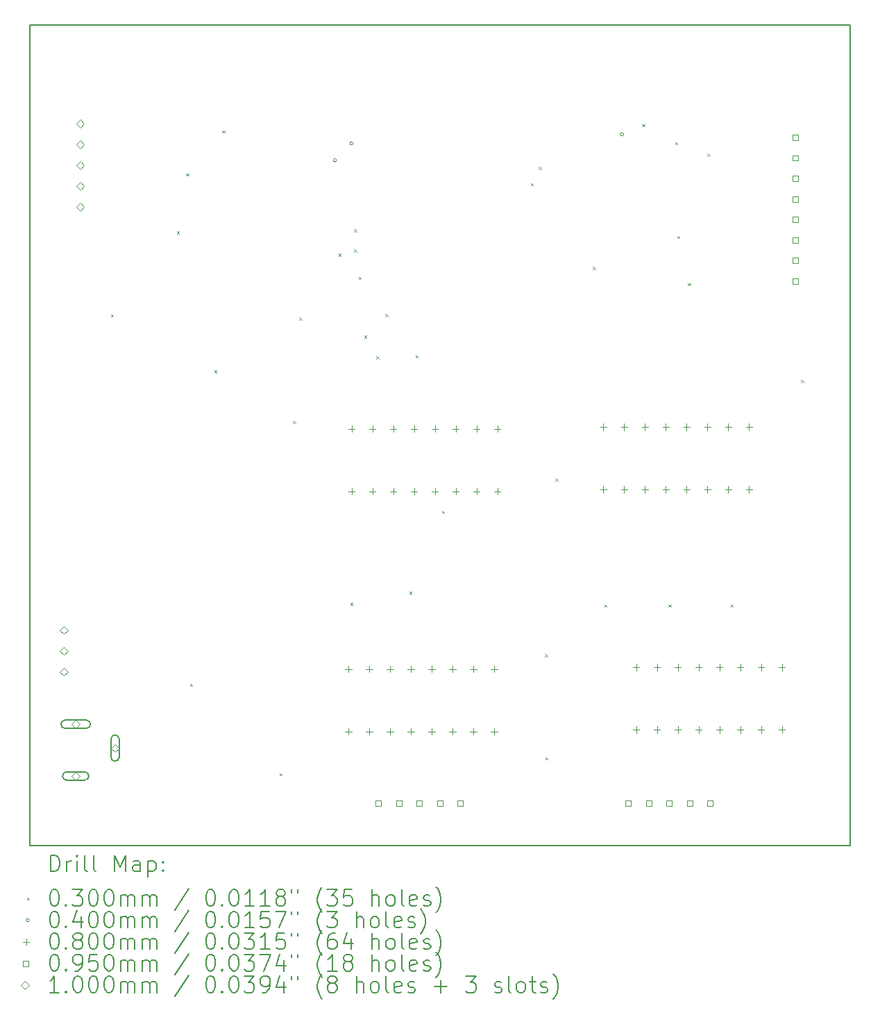
<source format=gbr>
%TF.GenerationSoftware,KiCad,Pcbnew,(6.0.7)*%
%TF.CreationDate,2022-10-20T09:09:37-05:00*%
%TF.ProjectId,ESP32,45535033-322e-46b6-9963-61645f706362,rev?*%
%TF.SameCoordinates,Original*%
%TF.FileFunction,Drillmap*%
%TF.FilePolarity,Positive*%
%FSLAX45Y45*%
G04 Gerber Fmt 4.5, Leading zero omitted, Abs format (unit mm)*
G04 Created by KiCad (PCBNEW (6.0.7)) date 2022-10-20 09:09:37*
%MOMM*%
%LPD*%
G01*
G04 APERTURE LIST*
%ADD10C,0.200000*%
%ADD11C,0.030000*%
%ADD12C,0.040000*%
%ADD13C,0.080000*%
%ADD14C,0.095000*%
%ADD15C,0.100000*%
G04 APERTURE END LIST*
D10*
X10000000Y-5240000D02*
X20000000Y-5240000D01*
X20000000Y-5240000D02*
X20000000Y-15240000D01*
X20000000Y-15240000D02*
X10000000Y-15240000D01*
X10000000Y-15240000D02*
X10000000Y-5240000D01*
D11*
X10985000Y-8765000D02*
X11015000Y-8795000D01*
X11015000Y-8765000D02*
X10985000Y-8795000D01*
X11790000Y-7752000D02*
X11820000Y-7782000D01*
X11820000Y-7752000D02*
X11790000Y-7782000D01*
X11905000Y-7045000D02*
X11935000Y-7075000D01*
X11935000Y-7045000D02*
X11905000Y-7075000D01*
X11948400Y-13269200D02*
X11978400Y-13299200D01*
X11978400Y-13269200D02*
X11948400Y-13299200D01*
X12245000Y-9445000D02*
X12275000Y-9475000D01*
X12275000Y-9445000D02*
X12245000Y-9475000D01*
X12344000Y-6520000D02*
X12374000Y-6550000D01*
X12374000Y-6520000D02*
X12344000Y-6550000D01*
X13040600Y-14361400D02*
X13070600Y-14391400D01*
X13070600Y-14361400D02*
X13040600Y-14391400D01*
X13205000Y-10065000D02*
X13235000Y-10095000D01*
X13235000Y-10065000D02*
X13205000Y-10095000D01*
X13285000Y-8805000D02*
X13315000Y-8835000D01*
X13315000Y-8805000D02*
X13285000Y-8835000D01*
X13760250Y-8022250D02*
X13790250Y-8052250D01*
X13790250Y-8022250D02*
X13760250Y-8052250D01*
X13905000Y-12285000D02*
X13935000Y-12315000D01*
X13935000Y-12285000D02*
X13905000Y-12315000D01*
X13953200Y-7725550D02*
X13983200Y-7755550D01*
X13983200Y-7725550D02*
X13953200Y-7755550D01*
X13953200Y-7974750D02*
X13983200Y-8004750D01*
X13983200Y-7974750D02*
X13953200Y-8004750D01*
X14007600Y-8306900D02*
X14037600Y-8336900D01*
X14037600Y-8306900D02*
X14007600Y-8336900D01*
X14075130Y-9022420D02*
X14105130Y-9052420D01*
X14105130Y-9022420D02*
X14075130Y-9052420D01*
X14223900Y-9275300D02*
X14253900Y-9305300D01*
X14253900Y-9275300D02*
X14223900Y-9305300D01*
X14332620Y-8758400D02*
X14362620Y-8788400D01*
X14362620Y-8758400D02*
X14332620Y-8788400D01*
X14625000Y-12145000D02*
X14655000Y-12175000D01*
X14655000Y-12145000D02*
X14625000Y-12175000D01*
X14701000Y-9265940D02*
X14731000Y-9295940D01*
X14731000Y-9265940D02*
X14701000Y-9295940D01*
X15021800Y-11161000D02*
X15051800Y-11191000D01*
X15051800Y-11161000D02*
X15021800Y-11191000D01*
X16105000Y-7165000D02*
X16135000Y-7195000D01*
X16135000Y-7165000D02*
X16105000Y-7195000D01*
X16205000Y-6965000D02*
X16235000Y-6995000D01*
X16235000Y-6965000D02*
X16205000Y-6995000D01*
X16281000Y-12911000D02*
X16311000Y-12941000D01*
X16311000Y-12911000D02*
X16281000Y-12941000D01*
X16285000Y-14165000D02*
X16315000Y-14195000D01*
X16315000Y-14165000D02*
X16285000Y-14195000D01*
X16405000Y-10765000D02*
X16435000Y-10795000D01*
X16435000Y-10765000D02*
X16405000Y-10795000D01*
X16865000Y-8185000D02*
X16895000Y-8215000D01*
X16895000Y-8185000D02*
X16865000Y-8215000D01*
X17005000Y-12305000D02*
X17035000Y-12335000D01*
X17035000Y-12305000D02*
X17005000Y-12335000D01*
X17465000Y-6445000D02*
X17495000Y-6475000D01*
X17495000Y-6445000D02*
X17465000Y-6475000D01*
X17785000Y-12305000D02*
X17815000Y-12335000D01*
X17815000Y-12305000D02*
X17785000Y-12335000D01*
X17866600Y-6665200D02*
X17896600Y-6695200D01*
X17896600Y-6665200D02*
X17866600Y-6695200D01*
X17891380Y-7807420D02*
X17921380Y-7837420D01*
X17921380Y-7807420D02*
X17891380Y-7837420D01*
X18025000Y-8385000D02*
X18055000Y-8415000D01*
X18055000Y-8385000D02*
X18025000Y-8415000D01*
X18263300Y-6803200D02*
X18293300Y-6833200D01*
X18293300Y-6803200D02*
X18263300Y-6833200D01*
X18545000Y-12305000D02*
X18575000Y-12335000D01*
X18575000Y-12305000D02*
X18545000Y-12335000D01*
X19405000Y-9565000D02*
X19435000Y-9595000D01*
X19435000Y-9565000D02*
X19405000Y-9595000D01*
D12*
X13737890Y-6885950D02*
G75*
G03*
X13737890Y-6885950I-20000J0D01*
G01*
X13939200Y-6680200D02*
G75*
G03*
X13939200Y-6680200I-20000J0D01*
G01*
X17240000Y-6570590D02*
G75*
G03*
X17240000Y-6570590I-20000J0D01*
G01*
D13*
X13882000Y-13050000D02*
X13882000Y-13130000D01*
X13842000Y-13090000D02*
X13922000Y-13090000D01*
X13882000Y-13812000D02*
X13882000Y-13892000D01*
X13842000Y-13852000D02*
X13922000Y-13852000D01*
X13922000Y-10120000D02*
X13922000Y-10200000D01*
X13882000Y-10160000D02*
X13962000Y-10160000D01*
X13922000Y-10882000D02*
X13922000Y-10962000D01*
X13882000Y-10922000D02*
X13962000Y-10922000D01*
X14136000Y-13050000D02*
X14136000Y-13130000D01*
X14096000Y-13090000D02*
X14176000Y-13090000D01*
X14136000Y-13812000D02*
X14136000Y-13892000D01*
X14096000Y-13852000D02*
X14176000Y-13852000D01*
X14176000Y-10120000D02*
X14176000Y-10200000D01*
X14136000Y-10160000D02*
X14216000Y-10160000D01*
X14176000Y-10882000D02*
X14176000Y-10962000D01*
X14136000Y-10922000D02*
X14216000Y-10922000D01*
X14390000Y-13050000D02*
X14390000Y-13130000D01*
X14350000Y-13090000D02*
X14430000Y-13090000D01*
X14390000Y-13812000D02*
X14390000Y-13892000D01*
X14350000Y-13852000D02*
X14430000Y-13852000D01*
X14430000Y-10120000D02*
X14430000Y-10200000D01*
X14390000Y-10160000D02*
X14470000Y-10160000D01*
X14430000Y-10882000D02*
X14430000Y-10962000D01*
X14390000Y-10922000D02*
X14470000Y-10922000D01*
X14644000Y-13050000D02*
X14644000Y-13130000D01*
X14604000Y-13090000D02*
X14684000Y-13090000D01*
X14644000Y-13812000D02*
X14644000Y-13892000D01*
X14604000Y-13852000D02*
X14684000Y-13852000D01*
X14684000Y-10120000D02*
X14684000Y-10200000D01*
X14644000Y-10160000D02*
X14724000Y-10160000D01*
X14684000Y-10882000D02*
X14684000Y-10962000D01*
X14644000Y-10922000D02*
X14724000Y-10922000D01*
X14898000Y-13050000D02*
X14898000Y-13130000D01*
X14858000Y-13090000D02*
X14938000Y-13090000D01*
X14898000Y-13812000D02*
X14898000Y-13892000D01*
X14858000Y-13852000D02*
X14938000Y-13852000D01*
X14938000Y-10120000D02*
X14938000Y-10200000D01*
X14898000Y-10160000D02*
X14978000Y-10160000D01*
X14938000Y-10882000D02*
X14938000Y-10962000D01*
X14898000Y-10922000D02*
X14978000Y-10922000D01*
X15152000Y-13050000D02*
X15152000Y-13130000D01*
X15112000Y-13090000D02*
X15192000Y-13090000D01*
X15152000Y-13812000D02*
X15152000Y-13892000D01*
X15112000Y-13852000D02*
X15192000Y-13852000D01*
X15192000Y-10120000D02*
X15192000Y-10200000D01*
X15152000Y-10160000D02*
X15232000Y-10160000D01*
X15192000Y-10882000D02*
X15192000Y-10962000D01*
X15152000Y-10922000D02*
X15232000Y-10922000D01*
X15406000Y-13050000D02*
X15406000Y-13130000D01*
X15366000Y-13090000D02*
X15446000Y-13090000D01*
X15406000Y-13812000D02*
X15406000Y-13892000D01*
X15366000Y-13852000D02*
X15446000Y-13852000D01*
X15446000Y-10120000D02*
X15446000Y-10200000D01*
X15406000Y-10160000D02*
X15486000Y-10160000D01*
X15446000Y-10882000D02*
X15446000Y-10962000D01*
X15406000Y-10922000D02*
X15486000Y-10922000D01*
X15660000Y-13050000D02*
X15660000Y-13130000D01*
X15620000Y-13090000D02*
X15700000Y-13090000D01*
X15660000Y-13812000D02*
X15660000Y-13892000D01*
X15620000Y-13852000D02*
X15700000Y-13852000D01*
X15700000Y-10120000D02*
X15700000Y-10200000D01*
X15660000Y-10160000D02*
X15740000Y-10160000D01*
X15700000Y-10882000D02*
X15700000Y-10962000D01*
X15660000Y-10922000D02*
X15740000Y-10922000D01*
X16992000Y-10100000D02*
X16992000Y-10180000D01*
X16952000Y-10140000D02*
X17032000Y-10140000D01*
X16992000Y-10862000D02*
X16992000Y-10942000D01*
X16952000Y-10902000D02*
X17032000Y-10902000D01*
X17246000Y-10100000D02*
X17246000Y-10180000D01*
X17206000Y-10140000D02*
X17286000Y-10140000D01*
X17246000Y-10862000D02*
X17246000Y-10942000D01*
X17206000Y-10902000D02*
X17286000Y-10902000D01*
X17392000Y-13030000D02*
X17392000Y-13110000D01*
X17352000Y-13070000D02*
X17432000Y-13070000D01*
X17392000Y-13792000D02*
X17392000Y-13872000D01*
X17352000Y-13832000D02*
X17432000Y-13832000D01*
X17500000Y-10100000D02*
X17500000Y-10180000D01*
X17460000Y-10140000D02*
X17540000Y-10140000D01*
X17500000Y-10862000D02*
X17500000Y-10942000D01*
X17460000Y-10902000D02*
X17540000Y-10902000D01*
X17646000Y-13030000D02*
X17646000Y-13110000D01*
X17606000Y-13070000D02*
X17686000Y-13070000D01*
X17646000Y-13792000D02*
X17646000Y-13872000D01*
X17606000Y-13832000D02*
X17686000Y-13832000D01*
X17754000Y-10100000D02*
X17754000Y-10180000D01*
X17714000Y-10140000D02*
X17794000Y-10140000D01*
X17754000Y-10862000D02*
X17754000Y-10942000D01*
X17714000Y-10902000D02*
X17794000Y-10902000D01*
X17900000Y-13030000D02*
X17900000Y-13110000D01*
X17860000Y-13070000D02*
X17940000Y-13070000D01*
X17900000Y-13792000D02*
X17900000Y-13872000D01*
X17860000Y-13832000D02*
X17940000Y-13832000D01*
X18008000Y-10100000D02*
X18008000Y-10180000D01*
X17968000Y-10140000D02*
X18048000Y-10140000D01*
X18008000Y-10862000D02*
X18008000Y-10942000D01*
X17968000Y-10902000D02*
X18048000Y-10902000D01*
X18154000Y-13030000D02*
X18154000Y-13110000D01*
X18114000Y-13070000D02*
X18194000Y-13070000D01*
X18154000Y-13792000D02*
X18154000Y-13872000D01*
X18114000Y-13832000D02*
X18194000Y-13832000D01*
X18262000Y-10100000D02*
X18262000Y-10180000D01*
X18222000Y-10140000D02*
X18302000Y-10140000D01*
X18262000Y-10862000D02*
X18262000Y-10942000D01*
X18222000Y-10902000D02*
X18302000Y-10902000D01*
X18408000Y-13030000D02*
X18408000Y-13110000D01*
X18368000Y-13070000D02*
X18448000Y-13070000D01*
X18408000Y-13792000D02*
X18408000Y-13872000D01*
X18368000Y-13832000D02*
X18448000Y-13832000D01*
X18516000Y-10100000D02*
X18516000Y-10180000D01*
X18476000Y-10140000D02*
X18556000Y-10140000D01*
X18516000Y-10862000D02*
X18516000Y-10942000D01*
X18476000Y-10902000D02*
X18556000Y-10902000D01*
X18662000Y-13030000D02*
X18662000Y-13110000D01*
X18622000Y-13070000D02*
X18702000Y-13070000D01*
X18662000Y-13792000D02*
X18662000Y-13872000D01*
X18622000Y-13832000D02*
X18702000Y-13832000D01*
X18770000Y-10100000D02*
X18770000Y-10180000D01*
X18730000Y-10140000D02*
X18810000Y-10140000D01*
X18770000Y-10862000D02*
X18770000Y-10942000D01*
X18730000Y-10902000D02*
X18810000Y-10902000D01*
X18916000Y-13030000D02*
X18916000Y-13110000D01*
X18876000Y-13070000D02*
X18956000Y-13070000D01*
X18916000Y-13792000D02*
X18916000Y-13872000D01*
X18876000Y-13832000D02*
X18956000Y-13832000D01*
X19170000Y-13030000D02*
X19170000Y-13110000D01*
X19130000Y-13070000D02*
X19210000Y-13070000D01*
X19170000Y-13792000D02*
X19170000Y-13872000D01*
X19130000Y-13832000D02*
X19210000Y-13832000D01*
D14*
X14282588Y-14763338D02*
X14282588Y-14696162D01*
X14215412Y-14696162D01*
X14215412Y-14763338D01*
X14282588Y-14763338D01*
X14532588Y-14763338D02*
X14532588Y-14696162D01*
X14465412Y-14696162D01*
X14465412Y-14763338D01*
X14532588Y-14763338D01*
X14782588Y-14763338D02*
X14782588Y-14696162D01*
X14715412Y-14696162D01*
X14715412Y-14763338D01*
X14782588Y-14763338D01*
X15032588Y-14763338D02*
X15032588Y-14696162D01*
X14965412Y-14696162D01*
X14965412Y-14763338D01*
X15032588Y-14763338D01*
X15282588Y-14763338D02*
X15282588Y-14696162D01*
X15215412Y-14696162D01*
X15215412Y-14763338D01*
X15282588Y-14763338D01*
X17330588Y-14763338D02*
X17330588Y-14696162D01*
X17263412Y-14696162D01*
X17263412Y-14763338D01*
X17330588Y-14763338D01*
X17580588Y-14763338D02*
X17580588Y-14696162D01*
X17513412Y-14696162D01*
X17513412Y-14763338D01*
X17580588Y-14763338D01*
X17830588Y-14763338D02*
X17830588Y-14696162D01*
X17763412Y-14696162D01*
X17763412Y-14763338D01*
X17830588Y-14763338D01*
X18080588Y-14763338D02*
X18080588Y-14696162D01*
X18013412Y-14696162D01*
X18013412Y-14763338D01*
X18080588Y-14763338D01*
X18330588Y-14763338D02*
X18330588Y-14696162D01*
X18263412Y-14696162D01*
X18263412Y-14763338D01*
X18330588Y-14763338D01*
X19367588Y-6641588D02*
X19367588Y-6574412D01*
X19300412Y-6574412D01*
X19300412Y-6641588D01*
X19367588Y-6641588D01*
X19367588Y-6891588D02*
X19367588Y-6824412D01*
X19300412Y-6824412D01*
X19300412Y-6891588D01*
X19367588Y-6891588D01*
X19367588Y-7141588D02*
X19367588Y-7074412D01*
X19300412Y-7074412D01*
X19300412Y-7141588D01*
X19367588Y-7141588D01*
X19367588Y-7391588D02*
X19367588Y-7324412D01*
X19300412Y-7324412D01*
X19300412Y-7391588D01*
X19367588Y-7391588D01*
X19367588Y-7641588D02*
X19367588Y-7574412D01*
X19300412Y-7574412D01*
X19300412Y-7641588D01*
X19367588Y-7641588D01*
X19367588Y-7891588D02*
X19367588Y-7824412D01*
X19300412Y-7824412D01*
X19300412Y-7891588D01*
X19367588Y-7891588D01*
X19367588Y-8141588D02*
X19367588Y-8074412D01*
X19300412Y-8074412D01*
X19300412Y-8141588D01*
X19367588Y-8141588D01*
X19367588Y-8391588D02*
X19367588Y-8324412D01*
X19300412Y-8324412D01*
X19300412Y-8391588D01*
X19367588Y-8391588D01*
D15*
X10410000Y-12666000D02*
X10460000Y-12616000D01*
X10410000Y-12566000D01*
X10360000Y-12616000D01*
X10410000Y-12666000D01*
X10410000Y-12920000D02*
X10460000Y-12870000D01*
X10410000Y-12820000D01*
X10360000Y-12870000D01*
X10410000Y-12920000D01*
X10410000Y-13174000D02*
X10460000Y-13124000D01*
X10410000Y-13074000D01*
X10360000Y-13124000D01*
X10410000Y-13174000D01*
X10555000Y-13815000D02*
X10605000Y-13765000D01*
X10555000Y-13715000D01*
X10505000Y-13765000D01*
X10555000Y-13815000D01*
D10*
X10425000Y-13815000D02*
X10685000Y-13815000D01*
X10425000Y-13715000D02*
X10685000Y-13715000D01*
X10685000Y-13815000D02*
G75*
G03*
X10685000Y-13715000I0J50000D01*
G01*
X10425000Y-13715000D02*
G75*
G03*
X10425000Y-13815000I0J-50000D01*
G01*
D15*
X10555000Y-14445000D02*
X10605000Y-14395000D01*
X10555000Y-14345000D01*
X10505000Y-14395000D01*
X10555000Y-14445000D01*
D10*
X10445000Y-14445000D02*
X10665000Y-14445000D01*
X10445000Y-14345000D02*
X10665000Y-14345000D01*
X10665000Y-14445000D02*
G75*
G03*
X10665000Y-14345000I0J50000D01*
G01*
X10445000Y-14345000D02*
G75*
G03*
X10445000Y-14445000I0J-50000D01*
G01*
D15*
X10610000Y-6486000D02*
X10660000Y-6436000D01*
X10610000Y-6386000D01*
X10560000Y-6436000D01*
X10610000Y-6486000D01*
X10610000Y-6740000D02*
X10660000Y-6690000D01*
X10610000Y-6640000D01*
X10560000Y-6690000D01*
X10610000Y-6740000D01*
X10610000Y-6994000D02*
X10660000Y-6944000D01*
X10610000Y-6894000D01*
X10560000Y-6944000D01*
X10610000Y-6994000D01*
X10610000Y-7248000D02*
X10660000Y-7198000D01*
X10610000Y-7148000D01*
X10560000Y-7198000D01*
X10610000Y-7248000D01*
X10610000Y-7502000D02*
X10660000Y-7452000D01*
X10610000Y-7402000D01*
X10560000Y-7452000D01*
X10610000Y-7502000D01*
X11035000Y-14105000D02*
X11085000Y-14055000D01*
X11035000Y-14005000D01*
X10985000Y-14055000D01*
X11035000Y-14105000D01*
D10*
X10985000Y-13945000D02*
X10985000Y-14165000D01*
X11085000Y-13945000D02*
X11085000Y-14165000D01*
X10985000Y-14165000D02*
G75*
G03*
X11085000Y-14165000I50000J0D01*
G01*
X11085000Y-13945000D02*
G75*
G03*
X10985000Y-13945000I-50000J0D01*
G01*
X10247619Y-15560476D02*
X10247619Y-15360476D01*
X10295238Y-15360476D01*
X10323810Y-15370000D01*
X10342857Y-15389048D01*
X10352381Y-15408095D01*
X10361905Y-15446190D01*
X10361905Y-15474762D01*
X10352381Y-15512857D01*
X10342857Y-15531905D01*
X10323810Y-15550952D01*
X10295238Y-15560476D01*
X10247619Y-15560476D01*
X10447619Y-15560476D02*
X10447619Y-15427143D01*
X10447619Y-15465238D02*
X10457143Y-15446190D01*
X10466667Y-15436667D01*
X10485714Y-15427143D01*
X10504762Y-15427143D01*
X10571429Y-15560476D02*
X10571429Y-15427143D01*
X10571429Y-15360476D02*
X10561905Y-15370000D01*
X10571429Y-15379524D01*
X10580952Y-15370000D01*
X10571429Y-15360476D01*
X10571429Y-15379524D01*
X10695238Y-15560476D02*
X10676190Y-15550952D01*
X10666667Y-15531905D01*
X10666667Y-15360476D01*
X10800000Y-15560476D02*
X10780952Y-15550952D01*
X10771429Y-15531905D01*
X10771429Y-15360476D01*
X11028571Y-15560476D02*
X11028571Y-15360476D01*
X11095238Y-15503333D01*
X11161905Y-15360476D01*
X11161905Y-15560476D01*
X11342857Y-15560476D02*
X11342857Y-15455714D01*
X11333333Y-15436667D01*
X11314286Y-15427143D01*
X11276190Y-15427143D01*
X11257143Y-15436667D01*
X11342857Y-15550952D02*
X11323809Y-15560476D01*
X11276190Y-15560476D01*
X11257143Y-15550952D01*
X11247619Y-15531905D01*
X11247619Y-15512857D01*
X11257143Y-15493809D01*
X11276190Y-15484286D01*
X11323809Y-15484286D01*
X11342857Y-15474762D01*
X11438095Y-15427143D02*
X11438095Y-15627143D01*
X11438095Y-15436667D02*
X11457143Y-15427143D01*
X11495238Y-15427143D01*
X11514286Y-15436667D01*
X11523809Y-15446190D01*
X11533333Y-15465238D01*
X11533333Y-15522381D01*
X11523809Y-15541428D01*
X11514286Y-15550952D01*
X11495238Y-15560476D01*
X11457143Y-15560476D01*
X11438095Y-15550952D01*
X11619048Y-15541428D02*
X11628571Y-15550952D01*
X11619048Y-15560476D01*
X11609524Y-15550952D01*
X11619048Y-15541428D01*
X11619048Y-15560476D01*
X11619048Y-15436667D02*
X11628571Y-15446190D01*
X11619048Y-15455714D01*
X11609524Y-15446190D01*
X11619048Y-15436667D01*
X11619048Y-15455714D01*
D11*
X9960000Y-15875000D02*
X9990000Y-15905000D01*
X9990000Y-15875000D02*
X9960000Y-15905000D01*
D10*
X10285714Y-15780476D02*
X10304762Y-15780476D01*
X10323810Y-15790000D01*
X10333333Y-15799524D01*
X10342857Y-15818571D01*
X10352381Y-15856667D01*
X10352381Y-15904286D01*
X10342857Y-15942381D01*
X10333333Y-15961428D01*
X10323810Y-15970952D01*
X10304762Y-15980476D01*
X10285714Y-15980476D01*
X10266667Y-15970952D01*
X10257143Y-15961428D01*
X10247619Y-15942381D01*
X10238095Y-15904286D01*
X10238095Y-15856667D01*
X10247619Y-15818571D01*
X10257143Y-15799524D01*
X10266667Y-15790000D01*
X10285714Y-15780476D01*
X10438095Y-15961428D02*
X10447619Y-15970952D01*
X10438095Y-15980476D01*
X10428571Y-15970952D01*
X10438095Y-15961428D01*
X10438095Y-15980476D01*
X10514286Y-15780476D02*
X10638095Y-15780476D01*
X10571429Y-15856667D01*
X10600000Y-15856667D01*
X10619048Y-15866190D01*
X10628571Y-15875714D01*
X10638095Y-15894762D01*
X10638095Y-15942381D01*
X10628571Y-15961428D01*
X10619048Y-15970952D01*
X10600000Y-15980476D01*
X10542857Y-15980476D01*
X10523810Y-15970952D01*
X10514286Y-15961428D01*
X10761905Y-15780476D02*
X10780952Y-15780476D01*
X10800000Y-15790000D01*
X10809524Y-15799524D01*
X10819048Y-15818571D01*
X10828571Y-15856667D01*
X10828571Y-15904286D01*
X10819048Y-15942381D01*
X10809524Y-15961428D01*
X10800000Y-15970952D01*
X10780952Y-15980476D01*
X10761905Y-15980476D01*
X10742857Y-15970952D01*
X10733333Y-15961428D01*
X10723810Y-15942381D01*
X10714286Y-15904286D01*
X10714286Y-15856667D01*
X10723810Y-15818571D01*
X10733333Y-15799524D01*
X10742857Y-15790000D01*
X10761905Y-15780476D01*
X10952381Y-15780476D02*
X10971429Y-15780476D01*
X10990476Y-15790000D01*
X11000000Y-15799524D01*
X11009524Y-15818571D01*
X11019048Y-15856667D01*
X11019048Y-15904286D01*
X11009524Y-15942381D01*
X11000000Y-15961428D01*
X10990476Y-15970952D01*
X10971429Y-15980476D01*
X10952381Y-15980476D01*
X10933333Y-15970952D01*
X10923810Y-15961428D01*
X10914286Y-15942381D01*
X10904762Y-15904286D01*
X10904762Y-15856667D01*
X10914286Y-15818571D01*
X10923810Y-15799524D01*
X10933333Y-15790000D01*
X10952381Y-15780476D01*
X11104762Y-15980476D02*
X11104762Y-15847143D01*
X11104762Y-15866190D02*
X11114286Y-15856667D01*
X11133333Y-15847143D01*
X11161905Y-15847143D01*
X11180952Y-15856667D01*
X11190476Y-15875714D01*
X11190476Y-15980476D01*
X11190476Y-15875714D02*
X11200000Y-15856667D01*
X11219048Y-15847143D01*
X11247619Y-15847143D01*
X11266667Y-15856667D01*
X11276190Y-15875714D01*
X11276190Y-15980476D01*
X11371428Y-15980476D02*
X11371428Y-15847143D01*
X11371428Y-15866190D02*
X11380952Y-15856667D01*
X11400000Y-15847143D01*
X11428571Y-15847143D01*
X11447619Y-15856667D01*
X11457143Y-15875714D01*
X11457143Y-15980476D01*
X11457143Y-15875714D02*
X11466667Y-15856667D01*
X11485714Y-15847143D01*
X11514286Y-15847143D01*
X11533333Y-15856667D01*
X11542857Y-15875714D01*
X11542857Y-15980476D01*
X11933333Y-15770952D02*
X11761905Y-16028095D01*
X12190476Y-15780476D02*
X12209524Y-15780476D01*
X12228571Y-15790000D01*
X12238095Y-15799524D01*
X12247619Y-15818571D01*
X12257143Y-15856667D01*
X12257143Y-15904286D01*
X12247619Y-15942381D01*
X12238095Y-15961428D01*
X12228571Y-15970952D01*
X12209524Y-15980476D01*
X12190476Y-15980476D01*
X12171428Y-15970952D01*
X12161905Y-15961428D01*
X12152381Y-15942381D01*
X12142857Y-15904286D01*
X12142857Y-15856667D01*
X12152381Y-15818571D01*
X12161905Y-15799524D01*
X12171428Y-15790000D01*
X12190476Y-15780476D01*
X12342857Y-15961428D02*
X12352381Y-15970952D01*
X12342857Y-15980476D01*
X12333333Y-15970952D01*
X12342857Y-15961428D01*
X12342857Y-15980476D01*
X12476190Y-15780476D02*
X12495238Y-15780476D01*
X12514286Y-15790000D01*
X12523809Y-15799524D01*
X12533333Y-15818571D01*
X12542857Y-15856667D01*
X12542857Y-15904286D01*
X12533333Y-15942381D01*
X12523809Y-15961428D01*
X12514286Y-15970952D01*
X12495238Y-15980476D01*
X12476190Y-15980476D01*
X12457143Y-15970952D01*
X12447619Y-15961428D01*
X12438095Y-15942381D01*
X12428571Y-15904286D01*
X12428571Y-15856667D01*
X12438095Y-15818571D01*
X12447619Y-15799524D01*
X12457143Y-15790000D01*
X12476190Y-15780476D01*
X12733333Y-15980476D02*
X12619048Y-15980476D01*
X12676190Y-15980476D02*
X12676190Y-15780476D01*
X12657143Y-15809048D01*
X12638095Y-15828095D01*
X12619048Y-15837619D01*
X12923809Y-15980476D02*
X12809524Y-15980476D01*
X12866667Y-15980476D02*
X12866667Y-15780476D01*
X12847619Y-15809048D01*
X12828571Y-15828095D01*
X12809524Y-15837619D01*
X13038095Y-15866190D02*
X13019048Y-15856667D01*
X13009524Y-15847143D01*
X13000000Y-15828095D01*
X13000000Y-15818571D01*
X13009524Y-15799524D01*
X13019048Y-15790000D01*
X13038095Y-15780476D01*
X13076190Y-15780476D01*
X13095238Y-15790000D01*
X13104762Y-15799524D01*
X13114286Y-15818571D01*
X13114286Y-15828095D01*
X13104762Y-15847143D01*
X13095238Y-15856667D01*
X13076190Y-15866190D01*
X13038095Y-15866190D01*
X13019048Y-15875714D01*
X13009524Y-15885238D01*
X13000000Y-15904286D01*
X13000000Y-15942381D01*
X13009524Y-15961428D01*
X13019048Y-15970952D01*
X13038095Y-15980476D01*
X13076190Y-15980476D01*
X13095238Y-15970952D01*
X13104762Y-15961428D01*
X13114286Y-15942381D01*
X13114286Y-15904286D01*
X13104762Y-15885238D01*
X13095238Y-15875714D01*
X13076190Y-15866190D01*
X13190476Y-15780476D02*
X13190476Y-15818571D01*
X13266667Y-15780476D02*
X13266667Y-15818571D01*
X13561905Y-16056667D02*
X13552381Y-16047143D01*
X13533333Y-16018571D01*
X13523809Y-15999524D01*
X13514286Y-15970952D01*
X13504762Y-15923333D01*
X13504762Y-15885238D01*
X13514286Y-15837619D01*
X13523809Y-15809048D01*
X13533333Y-15790000D01*
X13552381Y-15761428D01*
X13561905Y-15751905D01*
X13619048Y-15780476D02*
X13742857Y-15780476D01*
X13676190Y-15856667D01*
X13704762Y-15856667D01*
X13723809Y-15866190D01*
X13733333Y-15875714D01*
X13742857Y-15894762D01*
X13742857Y-15942381D01*
X13733333Y-15961428D01*
X13723809Y-15970952D01*
X13704762Y-15980476D01*
X13647619Y-15980476D01*
X13628571Y-15970952D01*
X13619048Y-15961428D01*
X13923809Y-15780476D02*
X13828571Y-15780476D01*
X13819048Y-15875714D01*
X13828571Y-15866190D01*
X13847619Y-15856667D01*
X13895238Y-15856667D01*
X13914286Y-15866190D01*
X13923809Y-15875714D01*
X13933333Y-15894762D01*
X13933333Y-15942381D01*
X13923809Y-15961428D01*
X13914286Y-15970952D01*
X13895238Y-15980476D01*
X13847619Y-15980476D01*
X13828571Y-15970952D01*
X13819048Y-15961428D01*
X14171428Y-15980476D02*
X14171428Y-15780476D01*
X14257143Y-15980476D02*
X14257143Y-15875714D01*
X14247619Y-15856667D01*
X14228571Y-15847143D01*
X14200000Y-15847143D01*
X14180952Y-15856667D01*
X14171428Y-15866190D01*
X14380952Y-15980476D02*
X14361905Y-15970952D01*
X14352381Y-15961428D01*
X14342857Y-15942381D01*
X14342857Y-15885238D01*
X14352381Y-15866190D01*
X14361905Y-15856667D01*
X14380952Y-15847143D01*
X14409524Y-15847143D01*
X14428571Y-15856667D01*
X14438095Y-15866190D01*
X14447619Y-15885238D01*
X14447619Y-15942381D01*
X14438095Y-15961428D01*
X14428571Y-15970952D01*
X14409524Y-15980476D01*
X14380952Y-15980476D01*
X14561905Y-15980476D02*
X14542857Y-15970952D01*
X14533333Y-15951905D01*
X14533333Y-15780476D01*
X14714286Y-15970952D02*
X14695238Y-15980476D01*
X14657143Y-15980476D01*
X14638095Y-15970952D01*
X14628571Y-15951905D01*
X14628571Y-15875714D01*
X14638095Y-15856667D01*
X14657143Y-15847143D01*
X14695238Y-15847143D01*
X14714286Y-15856667D01*
X14723809Y-15875714D01*
X14723809Y-15894762D01*
X14628571Y-15913809D01*
X14800000Y-15970952D02*
X14819048Y-15980476D01*
X14857143Y-15980476D01*
X14876190Y-15970952D01*
X14885714Y-15951905D01*
X14885714Y-15942381D01*
X14876190Y-15923333D01*
X14857143Y-15913809D01*
X14828571Y-15913809D01*
X14809524Y-15904286D01*
X14800000Y-15885238D01*
X14800000Y-15875714D01*
X14809524Y-15856667D01*
X14828571Y-15847143D01*
X14857143Y-15847143D01*
X14876190Y-15856667D01*
X14952381Y-16056667D02*
X14961905Y-16047143D01*
X14980952Y-16018571D01*
X14990476Y-15999524D01*
X15000000Y-15970952D01*
X15009524Y-15923333D01*
X15009524Y-15885238D01*
X15000000Y-15837619D01*
X14990476Y-15809048D01*
X14980952Y-15790000D01*
X14961905Y-15761428D01*
X14952381Y-15751905D01*
D12*
X9990000Y-16154000D02*
G75*
G03*
X9990000Y-16154000I-20000J0D01*
G01*
D10*
X10285714Y-16044476D02*
X10304762Y-16044476D01*
X10323810Y-16054000D01*
X10333333Y-16063524D01*
X10342857Y-16082571D01*
X10352381Y-16120667D01*
X10352381Y-16168286D01*
X10342857Y-16206381D01*
X10333333Y-16225428D01*
X10323810Y-16234952D01*
X10304762Y-16244476D01*
X10285714Y-16244476D01*
X10266667Y-16234952D01*
X10257143Y-16225428D01*
X10247619Y-16206381D01*
X10238095Y-16168286D01*
X10238095Y-16120667D01*
X10247619Y-16082571D01*
X10257143Y-16063524D01*
X10266667Y-16054000D01*
X10285714Y-16044476D01*
X10438095Y-16225428D02*
X10447619Y-16234952D01*
X10438095Y-16244476D01*
X10428571Y-16234952D01*
X10438095Y-16225428D01*
X10438095Y-16244476D01*
X10619048Y-16111143D02*
X10619048Y-16244476D01*
X10571429Y-16034952D02*
X10523810Y-16177809D01*
X10647619Y-16177809D01*
X10761905Y-16044476D02*
X10780952Y-16044476D01*
X10800000Y-16054000D01*
X10809524Y-16063524D01*
X10819048Y-16082571D01*
X10828571Y-16120667D01*
X10828571Y-16168286D01*
X10819048Y-16206381D01*
X10809524Y-16225428D01*
X10800000Y-16234952D01*
X10780952Y-16244476D01*
X10761905Y-16244476D01*
X10742857Y-16234952D01*
X10733333Y-16225428D01*
X10723810Y-16206381D01*
X10714286Y-16168286D01*
X10714286Y-16120667D01*
X10723810Y-16082571D01*
X10733333Y-16063524D01*
X10742857Y-16054000D01*
X10761905Y-16044476D01*
X10952381Y-16044476D02*
X10971429Y-16044476D01*
X10990476Y-16054000D01*
X11000000Y-16063524D01*
X11009524Y-16082571D01*
X11019048Y-16120667D01*
X11019048Y-16168286D01*
X11009524Y-16206381D01*
X11000000Y-16225428D01*
X10990476Y-16234952D01*
X10971429Y-16244476D01*
X10952381Y-16244476D01*
X10933333Y-16234952D01*
X10923810Y-16225428D01*
X10914286Y-16206381D01*
X10904762Y-16168286D01*
X10904762Y-16120667D01*
X10914286Y-16082571D01*
X10923810Y-16063524D01*
X10933333Y-16054000D01*
X10952381Y-16044476D01*
X11104762Y-16244476D02*
X11104762Y-16111143D01*
X11104762Y-16130190D02*
X11114286Y-16120667D01*
X11133333Y-16111143D01*
X11161905Y-16111143D01*
X11180952Y-16120667D01*
X11190476Y-16139714D01*
X11190476Y-16244476D01*
X11190476Y-16139714D02*
X11200000Y-16120667D01*
X11219048Y-16111143D01*
X11247619Y-16111143D01*
X11266667Y-16120667D01*
X11276190Y-16139714D01*
X11276190Y-16244476D01*
X11371428Y-16244476D02*
X11371428Y-16111143D01*
X11371428Y-16130190D02*
X11380952Y-16120667D01*
X11400000Y-16111143D01*
X11428571Y-16111143D01*
X11447619Y-16120667D01*
X11457143Y-16139714D01*
X11457143Y-16244476D01*
X11457143Y-16139714D02*
X11466667Y-16120667D01*
X11485714Y-16111143D01*
X11514286Y-16111143D01*
X11533333Y-16120667D01*
X11542857Y-16139714D01*
X11542857Y-16244476D01*
X11933333Y-16034952D02*
X11761905Y-16292095D01*
X12190476Y-16044476D02*
X12209524Y-16044476D01*
X12228571Y-16054000D01*
X12238095Y-16063524D01*
X12247619Y-16082571D01*
X12257143Y-16120667D01*
X12257143Y-16168286D01*
X12247619Y-16206381D01*
X12238095Y-16225428D01*
X12228571Y-16234952D01*
X12209524Y-16244476D01*
X12190476Y-16244476D01*
X12171428Y-16234952D01*
X12161905Y-16225428D01*
X12152381Y-16206381D01*
X12142857Y-16168286D01*
X12142857Y-16120667D01*
X12152381Y-16082571D01*
X12161905Y-16063524D01*
X12171428Y-16054000D01*
X12190476Y-16044476D01*
X12342857Y-16225428D02*
X12352381Y-16234952D01*
X12342857Y-16244476D01*
X12333333Y-16234952D01*
X12342857Y-16225428D01*
X12342857Y-16244476D01*
X12476190Y-16044476D02*
X12495238Y-16044476D01*
X12514286Y-16054000D01*
X12523809Y-16063524D01*
X12533333Y-16082571D01*
X12542857Y-16120667D01*
X12542857Y-16168286D01*
X12533333Y-16206381D01*
X12523809Y-16225428D01*
X12514286Y-16234952D01*
X12495238Y-16244476D01*
X12476190Y-16244476D01*
X12457143Y-16234952D01*
X12447619Y-16225428D01*
X12438095Y-16206381D01*
X12428571Y-16168286D01*
X12428571Y-16120667D01*
X12438095Y-16082571D01*
X12447619Y-16063524D01*
X12457143Y-16054000D01*
X12476190Y-16044476D01*
X12733333Y-16244476D02*
X12619048Y-16244476D01*
X12676190Y-16244476D02*
X12676190Y-16044476D01*
X12657143Y-16073048D01*
X12638095Y-16092095D01*
X12619048Y-16101619D01*
X12914286Y-16044476D02*
X12819048Y-16044476D01*
X12809524Y-16139714D01*
X12819048Y-16130190D01*
X12838095Y-16120667D01*
X12885714Y-16120667D01*
X12904762Y-16130190D01*
X12914286Y-16139714D01*
X12923809Y-16158762D01*
X12923809Y-16206381D01*
X12914286Y-16225428D01*
X12904762Y-16234952D01*
X12885714Y-16244476D01*
X12838095Y-16244476D01*
X12819048Y-16234952D01*
X12809524Y-16225428D01*
X12990476Y-16044476D02*
X13123809Y-16044476D01*
X13038095Y-16244476D01*
X13190476Y-16044476D02*
X13190476Y-16082571D01*
X13266667Y-16044476D02*
X13266667Y-16082571D01*
X13561905Y-16320667D02*
X13552381Y-16311143D01*
X13533333Y-16282571D01*
X13523809Y-16263524D01*
X13514286Y-16234952D01*
X13504762Y-16187333D01*
X13504762Y-16149238D01*
X13514286Y-16101619D01*
X13523809Y-16073048D01*
X13533333Y-16054000D01*
X13552381Y-16025428D01*
X13561905Y-16015905D01*
X13619048Y-16044476D02*
X13742857Y-16044476D01*
X13676190Y-16120667D01*
X13704762Y-16120667D01*
X13723809Y-16130190D01*
X13733333Y-16139714D01*
X13742857Y-16158762D01*
X13742857Y-16206381D01*
X13733333Y-16225428D01*
X13723809Y-16234952D01*
X13704762Y-16244476D01*
X13647619Y-16244476D01*
X13628571Y-16234952D01*
X13619048Y-16225428D01*
X13980952Y-16244476D02*
X13980952Y-16044476D01*
X14066667Y-16244476D02*
X14066667Y-16139714D01*
X14057143Y-16120667D01*
X14038095Y-16111143D01*
X14009524Y-16111143D01*
X13990476Y-16120667D01*
X13980952Y-16130190D01*
X14190476Y-16244476D02*
X14171428Y-16234952D01*
X14161905Y-16225428D01*
X14152381Y-16206381D01*
X14152381Y-16149238D01*
X14161905Y-16130190D01*
X14171428Y-16120667D01*
X14190476Y-16111143D01*
X14219048Y-16111143D01*
X14238095Y-16120667D01*
X14247619Y-16130190D01*
X14257143Y-16149238D01*
X14257143Y-16206381D01*
X14247619Y-16225428D01*
X14238095Y-16234952D01*
X14219048Y-16244476D01*
X14190476Y-16244476D01*
X14371428Y-16244476D02*
X14352381Y-16234952D01*
X14342857Y-16215905D01*
X14342857Y-16044476D01*
X14523809Y-16234952D02*
X14504762Y-16244476D01*
X14466667Y-16244476D01*
X14447619Y-16234952D01*
X14438095Y-16215905D01*
X14438095Y-16139714D01*
X14447619Y-16120667D01*
X14466667Y-16111143D01*
X14504762Y-16111143D01*
X14523809Y-16120667D01*
X14533333Y-16139714D01*
X14533333Y-16158762D01*
X14438095Y-16177809D01*
X14609524Y-16234952D02*
X14628571Y-16244476D01*
X14666667Y-16244476D01*
X14685714Y-16234952D01*
X14695238Y-16215905D01*
X14695238Y-16206381D01*
X14685714Y-16187333D01*
X14666667Y-16177809D01*
X14638095Y-16177809D01*
X14619048Y-16168286D01*
X14609524Y-16149238D01*
X14609524Y-16139714D01*
X14619048Y-16120667D01*
X14638095Y-16111143D01*
X14666667Y-16111143D01*
X14685714Y-16120667D01*
X14761905Y-16320667D02*
X14771428Y-16311143D01*
X14790476Y-16282571D01*
X14800000Y-16263524D01*
X14809524Y-16234952D01*
X14819048Y-16187333D01*
X14819048Y-16149238D01*
X14809524Y-16101619D01*
X14800000Y-16073048D01*
X14790476Y-16054000D01*
X14771428Y-16025428D01*
X14761905Y-16015905D01*
D13*
X9950000Y-16378000D02*
X9950000Y-16458000D01*
X9910000Y-16418000D02*
X9990000Y-16418000D01*
D10*
X10285714Y-16308476D02*
X10304762Y-16308476D01*
X10323810Y-16318000D01*
X10333333Y-16327524D01*
X10342857Y-16346571D01*
X10352381Y-16384667D01*
X10352381Y-16432286D01*
X10342857Y-16470381D01*
X10333333Y-16489428D01*
X10323810Y-16498952D01*
X10304762Y-16508476D01*
X10285714Y-16508476D01*
X10266667Y-16498952D01*
X10257143Y-16489428D01*
X10247619Y-16470381D01*
X10238095Y-16432286D01*
X10238095Y-16384667D01*
X10247619Y-16346571D01*
X10257143Y-16327524D01*
X10266667Y-16318000D01*
X10285714Y-16308476D01*
X10438095Y-16489428D02*
X10447619Y-16498952D01*
X10438095Y-16508476D01*
X10428571Y-16498952D01*
X10438095Y-16489428D01*
X10438095Y-16508476D01*
X10561905Y-16394190D02*
X10542857Y-16384667D01*
X10533333Y-16375143D01*
X10523810Y-16356095D01*
X10523810Y-16346571D01*
X10533333Y-16327524D01*
X10542857Y-16318000D01*
X10561905Y-16308476D01*
X10600000Y-16308476D01*
X10619048Y-16318000D01*
X10628571Y-16327524D01*
X10638095Y-16346571D01*
X10638095Y-16356095D01*
X10628571Y-16375143D01*
X10619048Y-16384667D01*
X10600000Y-16394190D01*
X10561905Y-16394190D01*
X10542857Y-16403714D01*
X10533333Y-16413238D01*
X10523810Y-16432286D01*
X10523810Y-16470381D01*
X10533333Y-16489428D01*
X10542857Y-16498952D01*
X10561905Y-16508476D01*
X10600000Y-16508476D01*
X10619048Y-16498952D01*
X10628571Y-16489428D01*
X10638095Y-16470381D01*
X10638095Y-16432286D01*
X10628571Y-16413238D01*
X10619048Y-16403714D01*
X10600000Y-16394190D01*
X10761905Y-16308476D02*
X10780952Y-16308476D01*
X10800000Y-16318000D01*
X10809524Y-16327524D01*
X10819048Y-16346571D01*
X10828571Y-16384667D01*
X10828571Y-16432286D01*
X10819048Y-16470381D01*
X10809524Y-16489428D01*
X10800000Y-16498952D01*
X10780952Y-16508476D01*
X10761905Y-16508476D01*
X10742857Y-16498952D01*
X10733333Y-16489428D01*
X10723810Y-16470381D01*
X10714286Y-16432286D01*
X10714286Y-16384667D01*
X10723810Y-16346571D01*
X10733333Y-16327524D01*
X10742857Y-16318000D01*
X10761905Y-16308476D01*
X10952381Y-16308476D02*
X10971429Y-16308476D01*
X10990476Y-16318000D01*
X11000000Y-16327524D01*
X11009524Y-16346571D01*
X11019048Y-16384667D01*
X11019048Y-16432286D01*
X11009524Y-16470381D01*
X11000000Y-16489428D01*
X10990476Y-16498952D01*
X10971429Y-16508476D01*
X10952381Y-16508476D01*
X10933333Y-16498952D01*
X10923810Y-16489428D01*
X10914286Y-16470381D01*
X10904762Y-16432286D01*
X10904762Y-16384667D01*
X10914286Y-16346571D01*
X10923810Y-16327524D01*
X10933333Y-16318000D01*
X10952381Y-16308476D01*
X11104762Y-16508476D02*
X11104762Y-16375143D01*
X11104762Y-16394190D02*
X11114286Y-16384667D01*
X11133333Y-16375143D01*
X11161905Y-16375143D01*
X11180952Y-16384667D01*
X11190476Y-16403714D01*
X11190476Y-16508476D01*
X11190476Y-16403714D02*
X11200000Y-16384667D01*
X11219048Y-16375143D01*
X11247619Y-16375143D01*
X11266667Y-16384667D01*
X11276190Y-16403714D01*
X11276190Y-16508476D01*
X11371428Y-16508476D02*
X11371428Y-16375143D01*
X11371428Y-16394190D02*
X11380952Y-16384667D01*
X11400000Y-16375143D01*
X11428571Y-16375143D01*
X11447619Y-16384667D01*
X11457143Y-16403714D01*
X11457143Y-16508476D01*
X11457143Y-16403714D02*
X11466667Y-16384667D01*
X11485714Y-16375143D01*
X11514286Y-16375143D01*
X11533333Y-16384667D01*
X11542857Y-16403714D01*
X11542857Y-16508476D01*
X11933333Y-16298952D02*
X11761905Y-16556095D01*
X12190476Y-16308476D02*
X12209524Y-16308476D01*
X12228571Y-16318000D01*
X12238095Y-16327524D01*
X12247619Y-16346571D01*
X12257143Y-16384667D01*
X12257143Y-16432286D01*
X12247619Y-16470381D01*
X12238095Y-16489428D01*
X12228571Y-16498952D01*
X12209524Y-16508476D01*
X12190476Y-16508476D01*
X12171428Y-16498952D01*
X12161905Y-16489428D01*
X12152381Y-16470381D01*
X12142857Y-16432286D01*
X12142857Y-16384667D01*
X12152381Y-16346571D01*
X12161905Y-16327524D01*
X12171428Y-16318000D01*
X12190476Y-16308476D01*
X12342857Y-16489428D02*
X12352381Y-16498952D01*
X12342857Y-16508476D01*
X12333333Y-16498952D01*
X12342857Y-16489428D01*
X12342857Y-16508476D01*
X12476190Y-16308476D02*
X12495238Y-16308476D01*
X12514286Y-16318000D01*
X12523809Y-16327524D01*
X12533333Y-16346571D01*
X12542857Y-16384667D01*
X12542857Y-16432286D01*
X12533333Y-16470381D01*
X12523809Y-16489428D01*
X12514286Y-16498952D01*
X12495238Y-16508476D01*
X12476190Y-16508476D01*
X12457143Y-16498952D01*
X12447619Y-16489428D01*
X12438095Y-16470381D01*
X12428571Y-16432286D01*
X12428571Y-16384667D01*
X12438095Y-16346571D01*
X12447619Y-16327524D01*
X12457143Y-16318000D01*
X12476190Y-16308476D01*
X12609524Y-16308476D02*
X12733333Y-16308476D01*
X12666667Y-16384667D01*
X12695238Y-16384667D01*
X12714286Y-16394190D01*
X12723809Y-16403714D01*
X12733333Y-16422762D01*
X12733333Y-16470381D01*
X12723809Y-16489428D01*
X12714286Y-16498952D01*
X12695238Y-16508476D01*
X12638095Y-16508476D01*
X12619048Y-16498952D01*
X12609524Y-16489428D01*
X12923809Y-16508476D02*
X12809524Y-16508476D01*
X12866667Y-16508476D02*
X12866667Y-16308476D01*
X12847619Y-16337048D01*
X12828571Y-16356095D01*
X12809524Y-16365619D01*
X13104762Y-16308476D02*
X13009524Y-16308476D01*
X13000000Y-16403714D01*
X13009524Y-16394190D01*
X13028571Y-16384667D01*
X13076190Y-16384667D01*
X13095238Y-16394190D01*
X13104762Y-16403714D01*
X13114286Y-16422762D01*
X13114286Y-16470381D01*
X13104762Y-16489428D01*
X13095238Y-16498952D01*
X13076190Y-16508476D01*
X13028571Y-16508476D01*
X13009524Y-16498952D01*
X13000000Y-16489428D01*
X13190476Y-16308476D02*
X13190476Y-16346571D01*
X13266667Y-16308476D02*
X13266667Y-16346571D01*
X13561905Y-16584667D02*
X13552381Y-16575143D01*
X13533333Y-16546571D01*
X13523809Y-16527524D01*
X13514286Y-16498952D01*
X13504762Y-16451333D01*
X13504762Y-16413238D01*
X13514286Y-16365619D01*
X13523809Y-16337048D01*
X13533333Y-16318000D01*
X13552381Y-16289428D01*
X13561905Y-16279905D01*
X13723809Y-16308476D02*
X13685714Y-16308476D01*
X13666667Y-16318000D01*
X13657143Y-16327524D01*
X13638095Y-16356095D01*
X13628571Y-16394190D01*
X13628571Y-16470381D01*
X13638095Y-16489428D01*
X13647619Y-16498952D01*
X13666667Y-16508476D01*
X13704762Y-16508476D01*
X13723809Y-16498952D01*
X13733333Y-16489428D01*
X13742857Y-16470381D01*
X13742857Y-16422762D01*
X13733333Y-16403714D01*
X13723809Y-16394190D01*
X13704762Y-16384667D01*
X13666667Y-16384667D01*
X13647619Y-16394190D01*
X13638095Y-16403714D01*
X13628571Y-16422762D01*
X13914286Y-16375143D02*
X13914286Y-16508476D01*
X13866667Y-16298952D02*
X13819048Y-16441809D01*
X13942857Y-16441809D01*
X14171428Y-16508476D02*
X14171428Y-16308476D01*
X14257143Y-16508476D02*
X14257143Y-16403714D01*
X14247619Y-16384667D01*
X14228571Y-16375143D01*
X14200000Y-16375143D01*
X14180952Y-16384667D01*
X14171428Y-16394190D01*
X14380952Y-16508476D02*
X14361905Y-16498952D01*
X14352381Y-16489428D01*
X14342857Y-16470381D01*
X14342857Y-16413238D01*
X14352381Y-16394190D01*
X14361905Y-16384667D01*
X14380952Y-16375143D01*
X14409524Y-16375143D01*
X14428571Y-16384667D01*
X14438095Y-16394190D01*
X14447619Y-16413238D01*
X14447619Y-16470381D01*
X14438095Y-16489428D01*
X14428571Y-16498952D01*
X14409524Y-16508476D01*
X14380952Y-16508476D01*
X14561905Y-16508476D02*
X14542857Y-16498952D01*
X14533333Y-16479905D01*
X14533333Y-16308476D01*
X14714286Y-16498952D02*
X14695238Y-16508476D01*
X14657143Y-16508476D01*
X14638095Y-16498952D01*
X14628571Y-16479905D01*
X14628571Y-16403714D01*
X14638095Y-16384667D01*
X14657143Y-16375143D01*
X14695238Y-16375143D01*
X14714286Y-16384667D01*
X14723809Y-16403714D01*
X14723809Y-16422762D01*
X14628571Y-16441809D01*
X14800000Y-16498952D02*
X14819048Y-16508476D01*
X14857143Y-16508476D01*
X14876190Y-16498952D01*
X14885714Y-16479905D01*
X14885714Y-16470381D01*
X14876190Y-16451333D01*
X14857143Y-16441809D01*
X14828571Y-16441809D01*
X14809524Y-16432286D01*
X14800000Y-16413238D01*
X14800000Y-16403714D01*
X14809524Y-16384667D01*
X14828571Y-16375143D01*
X14857143Y-16375143D01*
X14876190Y-16384667D01*
X14952381Y-16584667D02*
X14961905Y-16575143D01*
X14980952Y-16546571D01*
X14990476Y-16527524D01*
X15000000Y-16498952D01*
X15009524Y-16451333D01*
X15009524Y-16413238D01*
X15000000Y-16365619D01*
X14990476Y-16337048D01*
X14980952Y-16318000D01*
X14961905Y-16289428D01*
X14952381Y-16279905D01*
D14*
X9976088Y-16715588D02*
X9976088Y-16648412D01*
X9908912Y-16648412D01*
X9908912Y-16715588D01*
X9976088Y-16715588D01*
D10*
X10285714Y-16572476D02*
X10304762Y-16572476D01*
X10323810Y-16582000D01*
X10333333Y-16591524D01*
X10342857Y-16610571D01*
X10352381Y-16648667D01*
X10352381Y-16696286D01*
X10342857Y-16734381D01*
X10333333Y-16753428D01*
X10323810Y-16762952D01*
X10304762Y-16772476D01*
X10285714Y-16772476D01*
X10266667Y-16762952D01*
X10257143Y-16753428D01*
X10247619Y-16734381D01*
X10238095Y-16696286D01*
X10238095Y-16648667D01*
X10247619Y-16610571D01*
X10257143Y-16591524D01*
X10266667Y-16582000D01*
X10285714Y-16572476D01*
X10438095Y-16753428D02*
X10447619Y-16762952D01*
X10438095Y-16772476D01*
X10428571Y-16762952D01*
X10438095Y-16753428D01*
X10438095Y-16772476D01*
X10542857Y-16772476D02*
X10580952Y-16772476D01*
X10600000Y-16762952D01*
X10609524Y-16753428D01*
X10628571Y-16724857D01*
X10638095Y-16686762D01*
X10638095Y-16610571D01*
X10628571Y-16591524D01*
X10619048Y-16582000D01*
X10600000Y-16572476D01*
X10561905Y-16572476D01*
X10542857Y-16582000D01*
X10533333Y-16591524D01*
X10523810Y-16610571D01*
X10523810Y-16658190D01*
X10533333Y-16677238D01*
X10542857Y-16686762D01*
X10561905Y-16696286D01*
X10600000Y-16696286D01*
X10619048Y-16686762D01*
X10628571Y-16677238D01*
X10638095Y-16658190D01*
X10819048Y-16572476D02*
X10723810Y-16572476D01*
X10714286Y-16667714D01*
X10723810Y-16658190D01*
X10742857Y-16648667D01*
X10790476Y-16648667D01*
X10809524Y-16658190D01*
X10819048Y-16667714D01*
X10828571Y-16686762D01*
X10828571Y-16734381D01*
X10819048Y-16753428D01*
X10809524Y-16762952D01*
X10790476Y-16772476D01*
X10742857Y-16772476D01*
X10723810Y-16762952D01*
X10714286Y-16753428D01*
X10952381Y-16572476D02*
X10971429Y-16572476D01*
X10990476Y-16582000D01*
X11000000Y-16591524D01*
X11009524Y-16610571D01*
X11019048Y-16648667D01*
X11019048Y-16696286D01*
X11009524Y-16734381D01*
X11000000Y-16753428D01*
X10990476Y-16762952D01*
X10971429Y-16772476D01*
X10952381Y-16772476D01*
X10933333Y-16762952D01*
X10923810Y-16753428D01*
X10914286Y-16734381D01*
X10904762Y-16696286D01*
X10904762Y-16648667D01*
X10914286Y-16610571D01*
X10923810Y-16591524D01*
X10933333Y-16582000D01*
X10952381Y-16572476D01*
X11104762Y-16772476D02*
X11104762Y-16639143D01*
X11104762Y-16658190D02*
X11114286Y-16648667D01*
X11133333Y-16639143D01*
X11161905Y-16639143D01*
X11180952Y-16648667D01*
X11190476Y-16667714D01*
X11190476Y-16772476D01*
X11190476Y-16667714D02*
X11200000Y-16648667D01*
X11219048Y-16639143D01*
X11247619Y-16639143D01*
X11266667Y-16648667D01*
X11276190Y-16667714D01*
X11276190Y-16772476D01*
X11371428Y-16772476D02*
X11371428Y-16639143D01*
X11371428Y-16658190D02*
X11380952Y-16648667D01*
X11400000Y-16639143D01*
X11428571Y-16639143D01*
X11447619Y-16648667D01*
X11457143Y-16667714D01*
X11457143Y-16772476D01*
X11457143Y-16667714D02*
X11466667Y-16648667D01*
X11485714Y-16639143D01*
X11514286Y-16639143D01*
X11533333Y-16648667D01*
X11542857Y-16667714D01*
X11542857Y-16772476D01*
X11933333Y-16562952D02*
X11761905Y-16820095D01*
X12190476Y-16572476D02*
X12209524Y-16572476D01*
X12228571Y-16582000D01*
X12238095Y-16591524D01*
X12247619Y-16610571D01*
X12257143Y-16648667D01*
X12257143Y-16696286D01*
X12247619Y-16734381D01*
X12238095Y-16753428D01*
X12228571Y-16762952D01*
X12209524Y-16772476D01*
X12190476Y-16772476D01*
X12171428Y-16762952D01*
X12161905Y-16753428D01*
X12152381Y-16734381D01*
X12142857Y-16696286D01*
X12142857Y-16648667D01*
X12152381Y-16610571D01*
X12161905Y-16591524D01*
X12171428Y-16582000D01*
X12190476Y-16572476D01*
X12342857Y-16753428D02*
X12352381Y-16762952D01*
X12342857Y-16772476D01*
X12333333Y-16762952D01*
X12342857Y-16753428D01*
X12342857Y-16772476D01*
X12476190Y-16572476D02*
X12495238Y-16572476D01*
X12514286Y-16582000D01*
X12523809Y-16591524D01*
X12533333Y-16610571D01*
X12542857Y-16648667D01*
X12542857Y-16696286D01*
X12533333Y-16734381D01*
X12523809Y-16753428D01*
X12514286Y-16762952D01*
X12495238Y-16772476D01*
X12476190Y-16772476D01*
X12457143Y-16762952D01*
X12447619Y-16753428D01*
X12438095Y-16734381D01*
X12428571Y-16696286D01*
X12428571Y-16648667D01*
X12438095Y-16610571D01*
X12447619Y-16591524D01*
X12457143Y-16582000D01*
X12476190Y-16572476D01*
X12609524Y-16572476D02*
X12733333Y-16572476D01*
X12666667Y-16648667D01*
X12695238Y-16648667D01*
X12714286Y-16658190D01*
X12723809Y-16667714D01*
X12733333Y-16686762D01*
X12733333Y-16734381D01*
X12723809Y-16753428D01*
X12714286Y-16762952D01*
X12695238Y-16772476D01*
X12638095Y-16772476D01*
X12619048Y-16762952D01*
X12609524Y-16753428D01*
X12800000Y-16572476D02*
X12933333Y-16572476D01*
X12847619Y-16772476D01*
X13095238Y-16639143D02*
X13095238Y-16772476D01*
X13047619Y-16562952D02*
X13000000Y-16705809D01*
X13123809Y-16705809D01*
X13190476Y-16572476D02*
X13190476Y-16610571D01*
X13266667Y-16572476D02*
X13266667Y-16610571D01*
X13561905Y-16848667D02*
X13552381Y-16839143D01*
X13533333Y-16810571D01*
X13523809Y-16791524D01*
X13514286Y-16762952D01*
X13504762Y-16715333D01*
X13504762Y-16677238D01*
X13514286Y-16629619D01*
X13523809Y-16601048D01*
X13533333Y-16582000D01*
X13552381Y-16553428D01*
X13561905Y-16543905D01*
X13742857Y-16772476D02*
X13628571Y-16772476D01*
X13685714Y-16772476D02*
X13685714Y-16572476D01*
X13666667Y-16601048D01*
X13647619Y-16620095D01*
X13628571Y-16629619D01*
X13857143Y-16658190D02*
X13838095Y-16648667D01*
X13828571Y-16639143D01*
X13819048Y-16620095D01*
X13819048Y-16610571D01*
X13828571Y-16591524D01*
X13838095Y-16582000D01*
X13857143Y-16572476D01*
X13895238Y-16572476D01*
X13914286Y-16582000D01*
X13923809Y-16591524D01*
X13933333Y-16610571D01*
X13933333Y-16620095D01*
X13923809Y-16639143D01*
X13914286Y-16648667D01*
X13895238Y-16658190D01*
X13857143Y-16658190D01*
X13838095Y-16667714D01*
X13828571Y-16677238D01*
X13819048Y-16696286D01*
X13819048Y-16734381D01*
X13828571Y-16753428D01*
X13838095Y-16762952D01*
X13857143Y-16772476D01*
X13895238Y-16772476D01*
X13914286Y-16762952D01*
X13923809Y-16753428D01*
X13933333Y-16734381D01*
X13933333Y-16696286D01*
X13923809Y-16677238D01*
X13914286Y-16667714D01*
X13895238Y-16658190D01*
X14171428Y-16772476D02*
X14171428Y-16572476D01*
X14257143Y-16772476D02*
X14257143Y-16667714D01*
X14247619Y-16648667D01*
X14228571Y-16639143D01*
X14200000Y-16639143D01*
X14180952Y-16648667D01*
X14171428Y-16658190D01*
X14380952Y-16772476D02*
X14361905Y-16762952D01*
X14352381Y-16753428D01*
X14342857Y-16734381D01*
X14342857Y-16677238D01*
X14352381Y-16658190D01*
X14361905Y-16648667D01*
X14380952Y-16639143D01*
X14409524Y-16639143D01*
X14428571Y-16648667D01*
X14438095Y-16658190D01*
X14447619Y-16677238D01*
X14447619Y-16734381D01*
X14438095Y-16753428D01*
X14428571Y-16762952D01*
X14409524Y-16772476D01*
X14380952Y-16772476D01*
X14561905Y-16772476D02*
X14542857Y-16762952D01*
X14533333Y-16743905D01*
X14533333Y-16572476D01*
X14714286Y-16762952D02*
X14695238Y-16772476D01*
X14657143Y-16772476D01*
X14638095Y-16762952D01*
X14628571Y-16743905D01*
X14628571Y-16667714D01*
X14638095Y-16648667D01*
X14657143Y-16639143D01*
X14695238Y-16639143D01*
X14714286Y-16648667D01*
X14723809Y-16667714D01*
X14723809Y-16686762D01*
X14628571Y-16705809D01*
X14800000Y-16762952D02*
X14819048Y-16772476D01*
X14857143Y-16772476D01*
X14876190Y-16762952D01*
X14885714Y-16743905D01*
X14885714Y-16734381D01*
X14876190Y-16715333D01*
X14857143Y-16705809D01*
X14828571Y-16705809D01*
X14809524Y-16696286D01*
X14800000Y-16677238D01*
X14800000Y-16667714D01*
X14809524Y-16648667D01*
X14828571Y-16639143D01*
X14857143Y-16639143D01*
X14876190Y-16648667D01*
X14952381Y-16848667D02*
X14961905Y-16839143D01*
X14980952Y-16810571D01*
X14990476Y-16791524D01*
X15000000Y-16762952D01*
X15009524Y-16715333D01*
X15009524Y-16677238D01*
X15000000Y-16629619D01*
X14990476Y-16601048D01*
X14980952Y-16582000D01*
X14961905Y-16553428D01*
X14952381Y-16543905D01*
D15*
X9940000Y-16996000D02*
X9990000Y-16946000D01*
X9940000Y-16896000D01*
X9890000Y-16946000D01*
X9940000Y-16996000D01*
D10*
X10352381Y-17036476D02*
X10238095Y-17036476D01*
X10295238Y-17036476D02*
X10295238Y-16836476D01*
X10276190Y-16865048D01*
X10257143Y-16884095D01*
X10238095Y-16893619D01*
X10438095Y-17017429D02*
X10447619Y-17026952D01*
X10438095Y-17036476D01*
X10428571Y-17026952D01*
X10438095Y-17017429D01*
X10438095Y-17036476D01*
X10571429Y-16836476D02*
X10590476Y-16836476D01*
X10609524Y-16846000D01*
X10619048Y-16855524D01*
X10628571Y-16874571D01*
X10638095Y-16912667D01*
X10638095Y-16960286D01*
X10628571Y-16998381D01*
X10619048Y-17017429D01*
X10609524Y-17026952D01*
X10590476Y-17036476D01*
X10571429Y-17036476D01*
X10552381Y-17026952D01*
X10542857Y-17017429D01*
X10533333Y-16998381D01*
X10523810Y-16960286D01*
X10523810Y-16912667D01*
X10533333Y-16874571D01*
X10542857Y-16855524D01*
X10552381Y-16846000D01*
X10571429Y-16836476D01*
X10761905Y-16836476D02*
X10780952Y-16836476D01*
X10800000Y-16846000D01*
X10809524Y-16855524D01*
X10819048Y-16874571D01*
X10828571Y-16912667D01*
X10828571Y-16960286D01*
X10819048Y-16998381D01*
X10809524Y-17017429D01*
X10800000Y-17026952D01*
X10780952Y-17036476D01*
X10761905Y-17036476D01*
X10742857Y-17026952D01*
X10733333Y-17017429D01*
X10723810Y-16998381D01*
X10714286Y-16960286D01*
X10714286Y-16912667D01*
X10723810Y-16874571D01*
X10733333Y-16855524D01*
X10742857Y-16846000D01*
X10761905Y-16836476D01*
X10952381Y-16836476D02*
X10971429Y-16836476D01*
X10990476Y-16846000D01*
X11000000Y-16855524D01*
X11009524Y-16874571D01*
X11019048Y-16912667D01*
X11019048Y-16960286D01*
X11009524Y-16998381D01*
X11000000Y-17017429D01*
X10990476Y-17026952D01*
X10971429Y-17036476D01*
X10952381Y-17036476D01*
X10933333Y-17026952D01*
X10923810Y-17017429D01*
X10914286Y-16998381D01*
X10904762Y-16960286D01*
X10904762Y-16912667D01*
X10914286Y-16874571D01*
X10923810Y-16855524D01*
X10933333Y-16846000D01*
X10952381Y-16836476D01*
X11104762Y-17036476D02*
X11104762Y-16903143D01*
X11104762Y-16922190D02*
X11114286Y-16912667D01*
X11133333Y-16903143D01*
X11161905Y-16903143D01*
X11180952Y-16912667D01*
X11190476Y-16931714D01*
X11190476Y-17036476D01*
X11190476Y-16931714D02*
X11200000Y-16912667D01*
X11219048Y-16903143D01*
X11247619Y-16903143D01*
X11266667Y-16912667D01*
X11276190Y-16931714D01*
X11276190Y-17036476D01*
X11371428Y-17036476D02*
X11371428Y-16903143D01*
X11371428Y-16922190D02*
X11380952Y-16912667D01*
X11400000Y-16903143D01*
X11428571Y-16903143D01*
X11447619Y-16912667D01*
X11457143Y-16931714D01*
X11457143Y-17036476D01*
X11457143Y-16931714D02*
X11466667Y-16912667D01*
X11485714Y-16903143D01*
X11514286Y-16903143D01*
X11533333Y-16912667D01*
X11542857Y-16931714D01*
X11542857Y-17036476D01*
X11933333Y-16826952D02*
X11761905Y-17084095D01*
X12190476Y-16836476D02*
X12209524Y-16836476D01*
X12228571Y-16846000D01*
X12238095Y-16855524D01*
X12247619Y-16874571D01*
X12257143Y-16912667D01*
X12257143Y-16960286D01*
X12247619Y-16998381D01*
X12238095Y-17017429D01*
X12228571Y-17026952D01*
X12209524Y-17036476D01*
X12190476Y-17036476D01*
X12171428Y-17026952D01*
X12161905Y-17017429D01*
X12152381Y-16998381D01*
X12142857Y-16960286D01*
X12142857Y-16912667D01*
X12152381Y-16874571D01*
X12161905Y-16855524D01*
X12171428Y-16846000D01*
X12190476Y-16836476D01*
X12342857Y-17017429D02*
X12352381Y-17026952D01*
X12342857Y-17036476D01*
X12333333Y-17026952D01*
X12342857Y-17017429D01*
X12342857Y-17036476D01*
X12476190Y-16836476D02*
X12495238Y-16836476D01*
X12514286Y-16846000D01*
X12523809Y-16855524D01*
X12533333Y-16874571D01*
X12542857Y-16912667D01*
X12542857Y-16960286D01*
X12533333Y-16998381D01*
X12523809Y-17017429D01*
X12514286Y-17026952D01*
X12495238Y-17036476D01*
X12476190Y-17036476D01*
X12457143Y-17026952D01*
X12447619Y-17017429D01*
X12438095Y-16998381D01*
X12428571Y-16960286D01*
X12428571Y-16912667D01*
X12438095Y-16874571D01*
X12447619Y-16855524D01*
X12457143Y-16846000D01*
X12476190Y-16836476D01*
X12609524Y-16836476D02*
X12733333Y-16836476D01*
X12666667Y-16912667D01*
X12695238Y-16912667D01*
X12714286Y-16922190D01*
X12723809Y-16931714D01*
X12733333Y-16950762D01*
X12733333Y-16998381D01*
X12723809Y-17017429D01*
X12714286Y-17026952D01*
X12695238Y-17036476D01*
X12638095Y-17036476D01*
X12619048Y-17026952D01*
X12609524Y-17017429D01*
X12828571Y-17036476D02*
X12866667Y-17036476D01*
X12885714Y-17026952D01*
X12895238Y-17017429D01*
X12914286Y-16988857D01*
X12923809Y-16950762D01*
X12923809Y-16874571D01*
X12914286Y-16855524D01*
X12904762Y-16846000D01*
X12885714Y-16836476D01*
X12847619Y-16836476D01*
X12828571Y-16846000D01*
X12819048Y-16855524D01*
X12809524Y-16874571D01*
X12809524Y-16922190D01*
X12819048Y-16941238D01*
X12828571Y-16950762D01*
X12847619Y-16960286D01*
X12885714Y-16960286D01*
X12904762Y-16950762D01*
X12914286Y-16941238D01*
X12923809Y-16922190D01*
X13095238Y-16903143D02*
X13095238Y-17036476D01*
X13047619Y-16826952D02*
X13000000Y-16969810D01*
X13123809Y-16969810D01*
X13190476Y-16836476D02*
X13190476Y-16874571D01*
X13266667Y-16836476D02*
X13266667Y-16874571D01*
X13561905Y-17112667D02*
X13552381Y-17103143D01*
X13533333Y-17074571D01*
X13523809Y-17055524D01*
X13514286Y-17026952D01*
X13504762Y-16979333D01*
X13504762Y-16941238D01*
X13514286Y-16893619D01*
X13523809Y-16865048D01*
X13533333Y-16846000D01*
X13552381Y-16817429D01*
X13561905Y-16807905D01*
X13666667Y-16922190D02*
X13647619Y-16912667D01*
X13638095Y-16903143D01*
X13628571Y-16884095D01*
X13628571Y-16874571D01*
X13638095Y-16855524D01*
X13647619Y-16846000D01*
X13666667Y-16836476D01*
X13704762Y-16836476D01*
X13723809Y-16846000D01*
X13733333Y-16855524D01*
X13742857Y-16874571D01*
X13742857Y-16884095D01*
X13733333Y-16903143D01*
X13723809Y-16912667D01*
X13704762Y-16922190D01*
X13666667Y-16922190D01*
X13647619Y-16931714D01*
X13638095Y-16941238D01*
X13628571Y-16960286D01*
X13628571Y-16998381D01*
X13638095Y-17017429D01*
X13647619Y-17026952D01*
X13666667Y-17036476D01*
X13704762Y-17036476D01*
X13723809Y-17026952D01*
X13733333Y-17017429D01*
X13742857Y-16998381D01*
X13742857Y-16960286D01*
X13733333Y-16941238D01*
X13723809Y-16931714D01*
X13704762Y-16922190D01*
X13980952Y-17036476D02*
X13980952Y-16836476D01*
X14066667Y-17036476D02*
X14066667Y-16931714D01*
X14057143Y-16912667D01*
X14038095Y-16903143D01*
X14009524Y-16903143D01*
X13990476Y-16912667D01*
X13980952Y-16922190D01*
X14190476Y-17036476D02*
X14171428Y-17026952D01*
X14161905Y-17017429D01*
X14152381Y-16998381D01*
X14152381Y-16941238D01*
X14161905Y-16922190D01*
X14171428Y-16912667D01*
X14190476Y-16903143D01*
X14219048Y-16903143D01*
X14238095Y-16912667D01*
X14247619Y-16922190D01*
X14257143Y-16941238D01*
X14257143Y-16998381D01*
X14247619Y-17017429D01*
X14238095Y-17026952D01*
X14219048Y-17036476D01*
X14190476Y-17036476D01*
X14371428Y-17036476D02*
X14352381Y-17026952D01*
X14342857Y-17007905D01*
X14342857Y-16836476D01*
X14523809Y-17026952D02*
X14504762Y-17036476D01*
X14466667Y-17036476D01*
X14447619Y-17026952D01*
X14438095Y-17007905D01*
X14438095Y-16931714D01*
X14447619Y-16912667D01*
X14466667Y-16903143D01*
X14504762Y-16903143D01*
X14523809Y-16912667D01*
X14533333Y-16931714D01*
X14533333Y-16950762D01*
X14438095Y-16969810D01*
X14609524Y-17026952D02*
X14628571Y-17036476D01*
X14666667Y-17036476D01*
X14685714Y-17026952D01*
X14695238Y-17007905D01*
X14695238Y-16998381D01*
X14685714Y-16979333D01*
X14666667Y-16969810D01*
X14638095Y-16969810D01*
X14619048Y-16960286D01*
X14609524Y-16941238D01*
X14609524Y-16931714D01*
X14619048Y-16912667D01*
X14638095Y-16903143D01*
X14666667Y-16903143D01*
X14685714Y-16912667D01*
X14933333Y-16960286D02*
X15085714Y-16960286D01*
X15009524Y-17036476D02*
X15009524Y-16884095D01*
X15314286Y-16836476D02*
X15438095Y-16836476D01*
X15371428Y-16912667D01*
X15400000Y-16912667D01*
X15419048Y-16922190D01*
X15428571Y-16931714D01*
X15438095Y-16950762D01*
X15438095Y-16998381D01*
X15428571Y-17017429D01*
X15419048Y-17026952D01*
X15400000Y-17036476D01*
X15342857Y-17036476D01*
X15323809Y-17026952D01*
X15314286Y-17017429D01*
X15666667Y-17026952D02*
X15685714Y-17036476D01*
X15723809Y-17036476D01*
X15742857Y-17026952D01*
X15752381Y-17007905D01*
X15752381Y-16998381D01*
X15742857Y-16979333D01*
X15723809Y-16969810D01*
X15695238Y-16969810D01*
X15676190Y-16960286D01*
X15666667Y-16941238D01*
X15666667Y-16931714D01*
X15676190Y-16912667D01*
X15695238Y-16903143D01*
X15723809Y-16903143D01*
X15742857Y-16912667D01*
X15866667Y-17036476D02*
X15847619Y-17026952D01*
X15838095Y-17007905D01*
X15838095Y-16836476D01*
X15971428Y-17036476D02*
X15952381Y-17026952D01*
X15942857Y-17017429D01*
X15933333Y-16998381D01*
X15933333Y-16941238D01*
X15942857Y-16922190D01*
X15952381Y-16912667D01*
X15971428Y-16903143D01*
X16000000Y-16903143D01*
X16019048Y-16912667D01*
X16028571Y-16922190D01*
X16038095Y-16941238D01*
X16038095Y-16998381D01*
X16028571Y-17017429D01*
X16019048Y-17026952D01*
X16000000Y-17036476D01*
X15971428Y-17036476D01*
X16095238Y-16903143D02*
X16171428Y-16903143D01*
X16123809Y-16836476D02*
X16123809Y-17007905D01*
X16133333Y-17026952D01*
X16152381Y-17036476D01*
X16171428Y-17036476D01*
X16228571Y-17026952D02*
X16247619Y-17036476D01*
X16285714Y-17036476D01*
X16304762Y-17026952D01*
X16314286Y-17007905D01*
X16314286Y-16998381D01*
X16304762Y-16979333D01*
X16285714Y-16969810D01*
X16257143Y-16969810D01*
X16238095Y-16960286D01*
X16228571Y-16941238D01*
X16228571Y-16931714D01*
X16238095Y-16912667D01*
X16257143Y-16903143D01*
X16285714Y-16903143D01*
X16304762Y-16912667D01*
X16380952Y-17112667D02*
X16390476Y-17103143D01*
X16409524Y-17074571D01*
X16419048Y-17055524D01*
X16428571Y-17026952D01*
X16438095Y-16979333D01*
X16438095Y-16941238D01*
X16428571Y-16893619D01*
X16419048Y-16865048D01*
X16409524Y-16846000D01*
X16390476Y-16817429D01*
X16380952Y-16807905D01*
M02*

</source>
